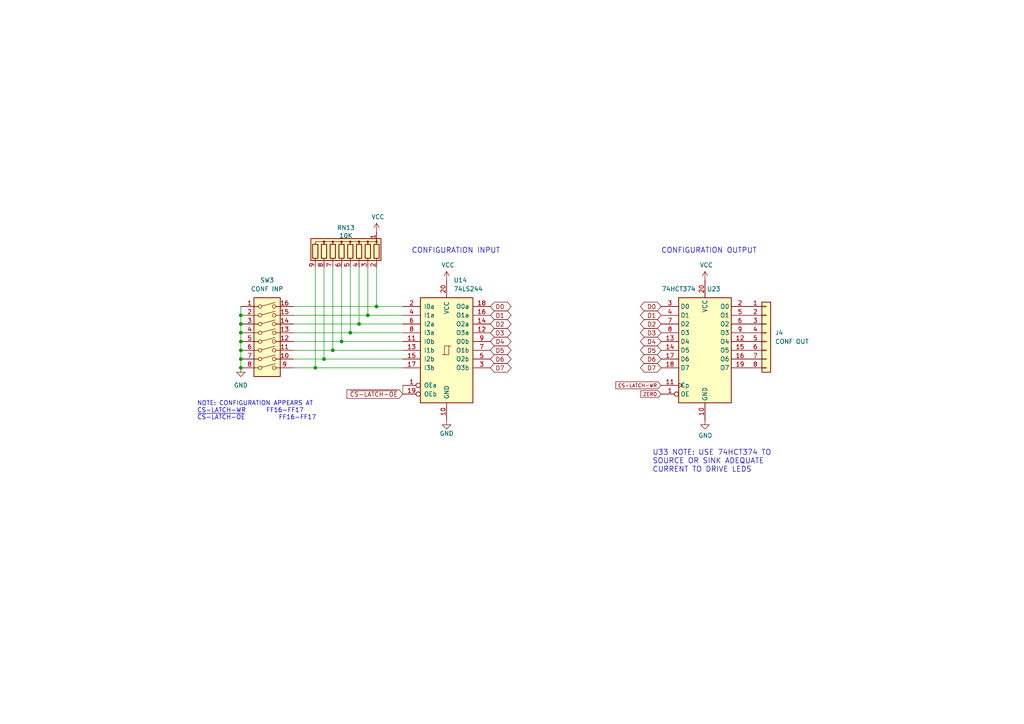
<source format=kicad_sch>
(kicad_sch (version 20211123) (generator eeschema)
  (paper "A4")
  (lib_symbols
    (symbol "74xx:74HCT374"
      (property "Reference" "U" (at -7.62 16.51 0))
      (property "Value" "74HCT374" (at -7.62 -16.51 0))
      (symbol "74HCT374_1_0"
        (pin input inverted (at -12.7 -12.7 0) (length 5.08) (name "OE") (number "1"))
        (pin power_in line (at 0 -20.32 90) (length 5.08) (name "GND") (number "10"))
        (pin input clock (at -12.7 -10.16 0) (length 5.08) (name "Cp") (number "11"))
        (pin tri_state line (at 12.7 2.54 180) (length 5.08) (name "O4") (number "12"))
        (pin input line (at -12.7 2.54 0) (length 5.08) (name "D4") (number "13"))
        (pin input line (at -12.7 0 0) (length 5.08) (name "D5") (number "14"))
        (pin tri_state line (at 12.7 0 180) (length 5.08) (name "O5") (number "15"))
        (pin tri_state line (at 12.7 -2.54 180) (length 5.08) (name "O6") (number "16"))
        (pin input line (at -12.7 -2.54 0) (length 5.08) (name "D6") (number "17"))
        (pin input line (at -12.7 -5.08 0) (length 5.08) (name "D7") (number "18"))
        (pin tri_state line (at 12.7 -5.08 180) (length 5.08) (name "O7") (number "19"))
        (pin tri_state line (at 12.7 12.7 180) (length 5.08) (name "O0") (number "2"))
        (pin power_in line (at 0 20.32 270) (length 5.08) (name "VCC") (number "20"))
        (pin input line (at -12.7 12.7 0) (length 5.08) (name "D0") (number "3"))
        (pin input line (at -12.7 10.16 0) (length 5.08) (name "D1") (number "4"))
        (pin tri_state line (at 12.7 10.16 180) (length 5.08) (name "O1") (number "5"))
        (pin tri_state line (at 12.7 7.62 180) (length 5.08) (name "O2") (number "6"))
        (pin input line (at -12.7 7.62 0) (length 5.08) (name "D2") (number "7"))
        (pin input line (at -12.7 5.08 0) (length 5.08) (name "D3") (number "8"))
        (pin tri_state line (at 12.7 5.08 180) (length 5.08) (name "O3") (number "9"))
      )
      (symbol "74HCT374_1_1"
        (rectangle (start -7.62 15.24) (end 7.62 -15.24) (stroke (width 0.254)) (fill (type background)))
      )
    )
    (symbol "74xx:74LS244" (pin_names (offset 1.016))
      (property "Reference" "U" (at -7.62 16.51 0))
      (property "Value" "74LS244" (at -7.62 -16.51 0))
      (symbol "74LS244_1_0"
        (polyline (pts (xy -0.635 -1.27) (xy -0.635 1.27) (xy 0.635 1.27)))
        (polyline (pts (xy -1.27 -1.27) (xy 0.635 -1.27) (xy 0.635 1.27) (xy 1.27 1.27)))
        (pin input inverted (at -12.7 -10.16 0) (length 5.08) (name "OEa") (number "1"))
        (pin power_in line (at 0 -20.32 90) (length 5.08) (name "GND") (number "10"))
        (pin input line (at -12.7 2.54 0) (length 5.08) (name "I0b") (number "11"))
        (pin tri_state line (at 12.7 5.08 180) (length 5.08) (name "O3a") (number "12"))
        (pin input line (at -12.7 0 0) (length 5.08) (name "I1b") (number "13"))
        (pin tri_state line (at 12.7 7.62 180) (length 5.08) (name "O2a") (number "14"))
        (pin input line (at -12.7 -2.54 0) (length 5.08) (name "I2b") (number "15"))
        (pin tri_state line (at 12.7 10.16 180) (length 5.08) (name "O1a") (number "16"))
        (pin input line (at -12.7 -5.08 0) (length 5.08) (name "I3b") (number "17"))
        (pin tri_state line (at 12.7 12.7 180) (length 5.08) (name "O0a") (number "18"))
        (pin input inverted (at -12.7 -12.7 0) (length 5.08) (name "OEb") (number "19"))
        (pin input line (at -12.7 12.7 0) (length 5.08) (name "I0a") (number "2"))
        (pin power_in line (at 0 20.32 270) (length 5.08) (name "VCC") (number "20"))
        (pin tri_state line (at 12.7 -5.08 180) (length 5.08) (name "O3b") (number "3"))
        (pin input line (at -12.7 10.16 0) (length 5.08) (name "I1a") (number "4"))
        (pin tri_state line (at 12.7 -2.54 180) (length 5.08) (name "O2b") (number "5"))
        (pin input line (at -12.7 7.62 0) (length 5.08) (name "I2a") (number "6"))
        (pin tri_state line (at 12.7 0 180) (length 5.08) (name "O1b") (number "7"))
        (pin input line (at -12.7 5.08 0) (length 5.08) (name "I3a") (number "8"))
        (pin tri_state line (at 12.7 2.54 180) (length 5.08) (name "O0b") (number "9"))
      )
      (symbol "74LS244_1_1"
        (rectangle (start -7.62 15.24) (end 7.62 -15.24) (stroke (width 0.254)) (fill (type background)))
      )
    )
    (symbol "Connector_Generic:Conn_01x08" (pin_names (offset 1.016) hide)
      (property "Reference" "J" (at 0 10.16 0))
      (property "Value" "Conn_01x08" (at 0 -12.7 0))
      (symbol "Conn_01x08_1_1"
        (rectangle (start -1.27 -10.033) (end 0 -10.287) (stroke (width 0.1524)))
        (rectangle (start -1.27 -7.493) (end 0 -7.747) (stroke (width 0.1524)))
        (rectangle (start -1.27 -4.953) (end 0 -5.207) (stroke (width 0.1524)))
        (rectangle (start -1.27 -2.413) (end 0 -2.667) (stroke (width 0.1524)))
        (rectangle (start -1.27 0.127) (end 0 -0.127) (stroke (width 0.1524)))
        (rectangle (start -1.27 2.667) (end 0 2.413) (stroke (width 0.1524)))
        (rectangle (start -1.27 5.207) (end 0 4.953) (stroke (width 0.1524)))
        (rectangle (start -1.27 7.747) (end 0 7.493) (stroke (width 0.1524)))
        (rectangle (start -1.27 8.89) (end 1.27 -11.43) (stroke (width 0.254)) (fill (type background)))
        (pin passive line (at -5.08 7.62 0) (length 3.81) (name "Pin_1") (number "1"))
        (pin passive line (at -5.08 5.08 0) (length 3.81) (name "Pin_2") (number "2"))
        (pin passive line (at -5.08 2.54 0) (length 3.81) (name "Pin_3") (number "3"))
        (pin passive line (at -5.08 0 0) (length 3.81) (name "Pin_4") (number "4"))
        (pin passive line (at -5.08 -2.54 0) (length 3.81) (name "Pin_5") (number "5"))
        (pin passive line (at -5.08 -5.08 0) (length 3.81) (name "Pin_6") (number "6"))
        (pin passive line (at -5.08 -7.62 0) (length 3.81) (name "Pin_7") (number "7"))
        (pin passive line (at -5.08 -10.16 0) (length 3.81) (name "Pin_8") (number "8"))
      )
    )
    (symbol "Device:R_Network08" (pin_names (offset 0) hide)
      (property "Reference" "RN" (at -12.7 0 90))
      (property "Value" "R_Network08" (at 10.16 0 90))
      (symbol "R_Network08_0_1"
        (rectangle (start -11.43 -3.175) (end 8.89 3.175) (stroke (width 0.254)) (fill (type background)))
        (rectangle (start -10.922 1.524) (end -9.398 -2.54) (stroke (width 0.254)))
        (circle (center -10.16 2.286) (radius 0.254) (fill (type outline)))
        (rectangle (start -8.382 1.524) (end -6.858 -2.54) (stroke (width 0.254)))
        (circle (center -7.62 2.286) (radius 0.254) (fill (type outline)))
        (rectangle (start -5.842 1.524) (end -4.318 -2.54) (stroke (width 0.254)))
        (circle (center -5.08 2.286) (radius 0.254) (fill (type outline)))
        (rectangle (start -3.302 1.524) (end -1.778 -2.54) (stroke (width 0.254)))
        (circle (center -2.54 2.286) (radius 0.254) (fill (type outline)))
        (rectangle (start -0.762 1.524) (end 0.762 -2.54) (stroke (width 0.254)))
        (polyline (pts (xy -10.16 -2.54) (xy -10.16 -3.81)))
        (polyline (pts (xy -7.62 -2.54) (xy -7.62 -3.81)))
        (polyline (pts (xy -5.08 -2.54) (xy -5.08 -3.81)))
        (polyline (pts (xy -2.54 -2.54) (xy -2.54 -3.81)))
        (polyline (pts (xy 0 -2.54) (xy 0 -3.81)))
        (polyline (pts (xy 2.54 -2.54) (xy 2.54 -3.81)))
        (polyline (pts (xy 5.08 -2.54) (xy 5.08 -3.81)))
        (polyline (pts (xy 7.62 -2.54) (xy 7.62 -3.81)))
        (polyline (pts (xy -10.16 1.524) (xy -10.16 2.286) (xy -7.62 2.286) (xy -7.62 1.524)))
        (polyline (pts (xy -7.62 1.524) (xy -7.62 2.286) (xy -5.08 2.286) (xy -5.08 1.524)))
        (polyline (pts (xy -5.08 1.524) (xy -5.08 2.286) (xy -2.54 2.286) (xy -2.54 1.524)))
        (polyline (pts (xy -2.54 1.524) (xy -2.54 2.286) (xy 0 2.286) (xy 0 1.524)))
        (polyline (pts (xy 0 1.524) (xy 0 2.286) (xy 2.54 2.286) (xy 2.54 1.524)))
        (polyline (pts (xy 2.54 1.524) (xy 2.54 2.286) (xy 5.08 2.286) (xy 5.08 1.524)))
        (polyline (pts (xy 5.08 1.524) (xy 5.08 2.286) (xy 7.62 2.286) (xy 7.62 1.524)))
        (circle (center 0 2.286) (radius 0.254) (fill (type outline)))
        (rectangle (start 1.778 1.524) (end 3.302 -2.54) (stroke (width 0.254)))
        (circle (center 2.54 2.286) (radius 0.254) (fill (type outline)))
        (rectangle (start 4.318 1.524) (end 5.842 -2.54) (stroke (width 0.254)))
        (circle (center 5.08 2.286) (radius 0.254) (fill (type outline)))
        (rectangle (start 6.858 1.524) (end 8.382 -2.54) (stroke (width 0.254)))
      )
      (symbol "R_Network08_1_1"
        (pin passive line (at -10.16 5.08 270) (length 2.54) (name "common") (number "1"))
        (pin passive line (at -10.16 -5.08 90) (length 1.27) (name "R1") (number "2"))
        (pin passive line (at -7.62 -5.08 90) (length 1.27) (name "R2") (number "3"))
        (pin passive line (at -5.08 -5.08 90) (length 1.27) (name "R3") (number "4"))
        (pin passive line (at -2.54 -5.08 90) (length 1.27) (name "R4") (number "5"))
        (pin passive line (at 0 -5.08 90) (length 1.27) (name "R5") (number "6"))
        (pin passive line (at 2.54 -5.08 90) (length 1.27) (name "R6") (number "7"))
        (pin passive line (at 5.08 -5.08 90) (length 1.27) (name "R7") (number "8"))
        (pin passive line (at 7.62 -5.08 90) (length 1.27) (name "R8") (number "9"))
      )
    )
    (symbol "Switch:SW_DIP_x08" (pin_names (offset 0) hide)
      (property "Reference" "SW" (at 0 13.97 0))
      (property "Value" "SW_DIP_x08" (at 0 -11.43 0))
      (symbol "SW_DIP_x08_0_0"
        (circle (center -2.032 -7.62) (radius 0.508))
        (circle (center -2.032 -5.08) (radius 0.508))
        (circle (center -2.032 -2.54) (radius 0.508))
        (circle (center -2.032 0) (radius 0.508))
        (circle (center -2.032 2.54) (radius 0.508))
        (circle (center -2.032 5.08) (radius 0.508))
        (circle (center -2.032 7.62) (radius 0.508))
        (circle (center -2.032 10.16) (radius 0.508))
        (polyline (pts (xy -1.524 -7.4676) (xy 2.3622 -6.4262)))
        (polyline (pts (xy -1.524 -4.9276) (xy 2.3622 -3.8862)))
        (polyline (pts (xy -1.524 -2.3876) (xy 2.3622 -1.3462)))
        (polyline (pts (xy -1.524 0.127) (xy 2.3622 1.1684)))
        (polyline (pts (xy -1.524 2.667) (xy 2.3622 3.7084)))
        (polyline (pts (xy -1.524 5.207) (xy 2.3622 6.2484)))
        (polyline (pts (xy -1.524 7.747) (xy 2.3622 8.7884)))
        (polyline (pts (xy -1.524 10.287) (xy 2.3622 11.3284)))
        (circle (center 2.032 -7.62) (radius 0.508))
        (circle (center 2.032 -5.08) (radius 0.508))
        (circle (center 2.032 -2.54) (radius 0.508))
        (circle (center 2.032 0) (radius 0.508))
        (circle (center 2.032 2.54) (radius 0.508))
        (circle (center 2.032 5.08) (radius 0.508))
        (circle (center 2.032 7.62) (radius 0.508))
        (circle (center 2.032 10.16) (radius 0.508))
      )
      (symbol "SW_DIP_x08_0_1"
        (rectangle (start -3.81 12.7) (end 3.81 -10.16) (stroke (width 0.254)) (fill (type background)))
      )
      (symbol "SW_DIP_x08_1_1"
        (pin passive line (at -7.62 10.16 0) (length 5.08) (name "~") (number "1"))
        (pin passive line (at 7.62 -5.08 180) (length 5.08) (name "~") (number "10"))
        (pin passive line (at 7.62 -2.54 180) (length 5.08) (name "~") (number "11"))
        (pin passive line (at 7.62 0 180) (length 5.08) (name "~") (number "12"))
        (pin passive line (at 7.62 2.54 180) (length 5.08) (name "~") (number "13"))
        (pin passive line (at 7.62 5.08 180) (length 5.08) (name "~") (number "14"))
        (pin passive line (at 7.62 7.62 180) (length 5.08) (name "~") (number "15"))
        (pin passive line (at 7.62 10.16 180) (length 5.08) (name "~") (number "16"))
        (pin passive line (at -7.62 7.62 0) (length 5.08) (name "~") (number "2"))
        (pin passive line (at -7.62 5.08 0) (length 5.08) (name "~") (number "3"))
        (pin passive line (at -7.62 2.54 0) (length 5.08) (name "~") (number "4"))
        (pin passive line (at -7.62 0 0) (length 5.08) (name "~") (number "5"))
        (pin passive line (at -7.62 -2.54 0) (length 5.08) (name "~") (number "6"))
        (pin passive line (at -7.62 -5.08 0) (length 5.08) (name "~") (number "7"))
        (pin passive line (at -7.62 -7.62 0) (length 5.08) (name "~") (number "8"))
        (pin passive line (at 7.62 -7.62 180) (length 5.08) (name "~") (number "9"))
      )
    )
    (symbol "power:GND" (power) (pin_names (offset 0))
      (property "Value" "GND" (at 0 -3.81 0))
      (symbol "GND_0_1"
        (polyline (pts (xy 0 0) (xy 0 -1.27) (xy 1.27 -1.27) (xy 0 -2.54) (xy -1.27 -1.27) (xy 0 -1.27)))
      )
      (symbol "GND_1_1"
        (pin power_in line (at 0 0 270) (length 0) hide (name "GND") (number "1"))
      )
    )
    (symbol "power:VCC" (power) (pin_names (offset 0))
      (property "Value" "VCC" (at 0 3.81 0))
      (symbol "VCC_0_1"
        (polyline (pts (xy -0.762 1.27) (xy 0 2.54)))
        (polyline (pts (xy 0 0) (xy 0 2.54)))
        (polyline (pts (xy 0 2.54) (xy 0.762 1.27)))
      )
      (symbol "VCC_1_1"
        (pin power_in line (at 0 0 90) (length 0) hide (name "VCC") (number "1"))
      )
    )
  )
  (junction (at 69.85 106.68))
  (junction (at 69.85 99.06))
  (junction (at 96.52 101.6))
  (junction (at 69.85 96.52))
  (junction (at 69.85 93.98))
  (junction (at 109.22 88.9))
  (junction (at 91.44 106.68))
  (junction (at 101.6 96.52))
  (junction (at 69.85 101.6))
  (junction (at 104.14 93.98))
  (junction (at 69.85 91.44))
  (junction (at 99.06 99.06))
  (junction (at 106.68 91.44))
  (junction (at 69.85 104.14))
  (junction (at 93.98 104.14))
  (wire (pts (xy 101.6 77.47) (xy 101.6 96.52)))
  (wire (pts (xy 69.85 88.9) (xy 69.85 91.44)))
  (wire (pts (xy 96.52 101.6) (xy 116.84 101.6)))
  (wire (pts (xy 85.09 88.9) (xy 109.22 88.9)))
  (wire (pts (xy 69.85 91.44) (xy 69.85 93.98)))
  (wire (pts (xy 69.85 101.6) (xy 69.85 104.14)))
  (wire (pts (xy 85.09 96.52) (xy 101.6 96.52)))
  (wire (pts (xy 85.09 101.6) (xy 96.52 101.6)))
  (wire (pts (xy 69.85 93.98) (xy 69.85 96.52)))
  (wire (pts (xy 69.85 96.52) (xy 69.85 99.06)))
  (wire (pts (xy 104.14 77.47) (xy 104.14 93.98)))
  (wire (pts (xy 93.98 77.47) (xy 93.98 104.14)))
  (wire (pts (xy 96.52 77.47) (xy 96.52 101.6)))
  (wire (pts (xy 69.85 99.06) (xy 69.85 101.6)))
  (wire (pts (xy 85.09 106.68) (xy 91.44 106.68)))
  (wire (pts (xy 101.6 96.52) (xy 116.84 96.52)))
  (wire (pts (xy 91.44 77.47) (xy 91.44 106.68)))
  (wire (pts (xy 106.68 91.44) (xy 116.84 91.44)))
  (wire (pts (xy 91.44 106.68) (xy 116.84 106.68)))
  (wire (pts (xy 93.98 104.14) (xy 116.84 104.14)))
  (wire (pts (xy 116.84 111.76) (xy 116.84 114.3)))
  (wire (pts (xy 85.09 93.98) (xy 104.14 93.98)))
  (wire (pts (xy 106.68 77.47) (xy 106.68 91.44)))
  (wire (pts (xy 109.22 77.47) (xy 109.22 88.9)))
  (wire (pts (xy 99.06 99.06) (xy 116.84 99.06)))
  (wire (pts (xy 85.09 99.06) (xy 99.06 99.06)))
  (wire (pts (xy 69.85 104.14) (xy 69.85 106.68)))
  (wire (pts (xy 85.09 91.44) (xy 106.68 91.44)))
  (wire (pts (xy 99.06 77.47) (xy 99.06 99.06)))
  (wire (pts (xy 109.22 88.9) (xy 116.84 88.9)))
  (wire (pts (xy 104.14 93.98) (xy 116.84 93.98)))
  (wire (pts (xy 85.09 104.14) (xy 93.98 104.14)))
  (text "U33 NOTE: USE 74HCT374 TO\nSOURCE OR SINK ADEQUATE\nCURRENT TO DRIVE LEDS" (at 189.23 137.16 0) (effects (font (size 1.524 1.524)) (justify left bottom)))
  (text "CONFIGURATION INPUT" (at 119.38 73.66 0) (effects (font (size 1.524 1.524)) (justify left bottom)))
  (text "CONFIGURATION OUTPUT" (at 191.77 73.66 0) (effects (font (size 1.524 1.524)) (justify left bottom)))
  (text "NOTE: CONFIGURATION APPEARS AT\nCS-LATCH-WR		FF16-FF17\n~{CS-LATCH-OE}		FF16-FF17" (at 57.15 121.92 0) (effects (font (size 1.27 1.27)) (justify left bottom)))
  (global_label "D1" (shape bidirectional) (at 191.77 91.44 180) (property "Intersheet References" "${INTERSHEET_REFS}" (effects hide)))
  (global_label "D6" (shape bidirectional) (at 191.77 104.14 180) (property "Intersheet References" "${INTERSHEET_REFS}" (effects hide)))
  (global_label "D2" (shape bidirectional) (at 142.24 93.98 0) (property "Intersheet References" "${INTERSHEET_REFS}" (effects hide)))
  (global_label "D7" (shape bidirectional) (at 142.24 106.68 0) (property "Intersheet References" "${INTERSHEET_REFS}" (effects hide)))
  (global_label "D3" (shape bidirectional) (at 142.24 96.52 0) (property "Intersheet References" "${INTERSHEET_REFS}" (effects hide)))
  (global_label "D0" (shape bidirectional) (at 191.77 88.9 180) (property "Intersheet References" "${INTERSHEET_REFS}" (effects hide)))
  (global_label "D5" (shape bidirectional) (at 142.24 101.6 0) (property "Intersheet References" "${INTERSHEET_REFS}" (effects hide)))
  (global_label "D4" (shape bidirectional) (at 142.24 99.06 0) (property "Intersheet References" "${INTERSHEET_REFS}" (effects hide)))
  (global_label "D4" (shape bidirectional) (at 191.77 99.06 180) (property "Intersheet References" "${INTERSHEET_REFS}" (effects hide)))
  (global_label "ZERO" (shape input) (at 191.77 114.3 180) (effects (font (size 1.016 1.016))) (property "Intersheet References" "${INTERSHEET_REFS}" (effects hide)))
  (global_label "D0" (shape bidirectional) (at 142.24 88.9 0) (property "Intersheet References" "${INTERSHEET_REFS}" (effects hide)))
  (global_label "D6" (shape bidirectional) (at 142.24 104.14 0) (property "Intersheet References" "${INTERSHEET_REFS}" (effects hide)))
  (global_label "D2" (shape bidirectional) (at 191.77 93.98 180) (property "Intersheet References" "${INTERSHEET_REFS}" (effects hide)))
  (global_label "D3" (shape bidirectional) (at 191.77 96.52 180) (property "Intersheet References" "${INTERSHEET_REFS}" (effects hide)))
  (global_label "D1" (shape bidirectional) (at 142.24 91.44 0) (property "Intersheet References" "${INTERSHEET_REFS}" (effects hide)))
  (global_label "D5" (shape bidirectional) (at 191.77 101.6 180) (property "Intersheet References" "${INTERSHEET_REFS}" (effects hide)))
  (global_label "~{CS-LATCH-OE}" (shape input) (at 116.84 114.3 180) (property "Intersheet References" "${INTERSHEET_REFS}" (effects hide)))
  (global_label "CS-LATCH-WR" (shape input) (at 191.77 111.76 180) (effects (font (size 1.016 1.016))) (property "Intersheet References" "${INTERSHEET_REFS}" (effects hide)))
  (global_label "D7" (shape bidirectional) (at 191.77 106.68 180) (property "Intersheet References" "${INTERSHEET_REFS}" (effects hide)))
  (symbol (lib_id "power:VCC") (at 109.22 67.31 0) (unit 1)
    (property "Reference" "#PWR049" (effects hide))
    (property "Value" "VCC" (at 109.601 62.9158 0))
  )
  (symbol (lib_id "power:VCC") (at 204.47 81.28 0) (unit 1)
    (property "Reference" "#PWR074" (effects hide))
    (property "Value" "VCC" (at 204.851 76.8858 0))
  )
  (symbol (lib_id "Connector_Generic:Conn_01x08") (at 222.25 96.52 0) (unit 1)
    (property "Reference" "J4" (at 224.79 96.5199 0) (effects (justify left)))
    (property "Value" "CONF OUT" (at 224.79 99.0599 0) (effects (justify left)))
    (property "Footprint" "Connector_PinHeader_2.54mm:PinHeader_1x08_P2.54mm_Vertical" (effects hide))
  )
  (symbol (lib_id "74xx:74HCT374") (at 204.47 101.6 0) (unit 1)
    (property "Reference" "U23" (at 207.01 83.82 0))
    (property "Value" "74HCT374" (at 196.85 83.82 0))
    (property "Footprint" "Package_DIP:DIP-20_W7.62mm_Socket" (effects hide))
    (property "Datasheet" "https://www.ti.com/lit/ds/symlink/cd74hct374.pdf" (effects hide))
  )
  (symbol (lib_id "power:GND") (at 129.54 121.92 0) (unit 1)
    (property "Reference" "#PWR070" (effects hide))
    (property "Value" "GND" (at 129.54 125.73 0))
  )
  (symbol (lib_id "power:VCC") (at 129.54 81.28 0) (unit 1)
    (property "Reference" "#PWR069" (effects hide))
    (property "Value" "VCC" (at 129.921 76.8858 0))
  )
  (symbol (lib_id "power:GND") (at 69.85 106.68 0) (unit 1)
    (property "Reference" "#PWR048" (effects hide))
    (property "Value" "GND" (at 69.85 111.76 0))
  )
  (symbol (lib_id "Switch:SW_DIP_x08") (at 77.47 99.06 0) (unit 1)
    (property "Reference" "SW3" (at 77.47 81.28 0))
    (property "Value" "CONF INP" (at 77.47 83.82 0))
    (property "Footprint" "Button_Switch_THT:SW_DIP_SPSTx08_Slide_9.78x22.5mm_W7.62mm_P2.54mm" (effects hide))
  )
  (symbol (lib_id "power:GND") (at 204.47 121.92 0) (unit 1)
    (property "Reference" "#PWR075" (effects hide))
    (property "Value" "GND" (at 204.597 126.3142 0))
  )
  (symbol (lib_id "74xx:74LS244") (at 129.54 101.6 0) (unit 1)
    (property "Reference" "U14" (at 131.5594 81.28 0) (effects (justify left)))
    (property "Value" "74LS244" (at 131.5594 83.82 0) (effects (justify left)))
    (property "Footprint" "Package_DIP:DIP-20_W7.62mm_Socket" (effects hide))
    (property "Datasheet" "http://www.ti.com/lit/ds/symlink/sn74ls244.pdf" (effects hide))
  )
  (symbol (lib_id "Device:R_Network08") (at 99.06 72.39 0) (mirror y) (unit 1)
    (property "Reference" "RN13" (at 100.33 66.04 0))
    (property "Value" "10K" (at 100.33 68.3514 0))
    (property "Footprint" "Resistor_THT:R_Array_SIP9" (effects hide))
    (property "Datasheet" "http://www.vishay.com/docs/31509/csc.pdf" (effects hide))
  )
)
</source>
